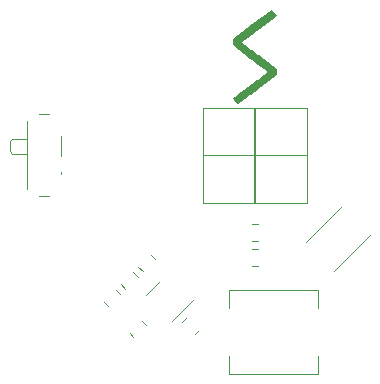
<source format=gbr>
%TF.GenerationSoftware,KiCad,Pcbnew,7.0.1*%
%TF.CreationDate,2023-03-29T13:12:42+01:00*%
%TF.ProjectId,LedBoard,4c656442-6f61-4726-942e-6b696361645f,rev?*%
%TF.SameCoordinates,Original*%
%TF.FileFunction,Legend,Top*%
%TF.FilePolarity,Positive*%
%FSLAX46Y46*%
G04 Gerber Fmt 4.6, Leading zero omitted, Abs format (unit mm)*
G04 Created by KiCad (PCBNEW 7.0.1) date 2023-03-29 13:12:42*
%MOMM*%
%LPD*%
G01*
G04 APERTURE LIST*
%ADD10C,0.050000*%
%ADD11C,0.100000*%
G04 APERTURE END LIST*
D10*
%TO.C,LED4*%
X94424000Y-36975000D02*
X90024000Y-36975000D01*
X90024000Y-36975000D02*
X90024000Y-32975000D01*
X90024000Y-32975000D02*
X94424000Y-32975000D01*
X94424000Y-32975000D02*
X94424000Y-36975000D01*
%TO.C,LED3*%
X90024000Y-37025000D02*
X94424000Y-37025000D01*
X94424000Y-37025000D02*
X94424000Y-41025000D01*
X94424000Y-41025000D02*
X90024000Y-41025000D01*
X90024000Y-41025000D02*
X90024000Y-37025000D01*
%TO.C,LED2*%
X85574000Y-37025000D02*
X89974000Y-37025000D01*
X89974000Y-37025000D02*
X89974000Y-41025000D01*
X89974000Y-41025000D02*
X85574000Y-41025000D01*
X85574000Y-41025000D02*
X85574000Y-37025000D01*
%TO.C,LED1*%
X89974000Y-36975000D02*
X85574000Y-36975000D01*
X85574000Y-36975000D02*
X85574000Y-32975000D01*
X85574000Y-32975000D02*
X89974000Y-32975000D01*
X89974000Y-32975000D02*
X89974000Y-36975000D01*
D11*
%TO.C,SW1*%
X72545000Y-33550000D02*
X71755000Y-33550000D01*
X70745000Y-34150000D02*
X70745000Y-39850000D01*
X73595000Y-35400000D02*
X73595000Y-37100000D01*
X70745000Y-35600000D02*
X69455000Y-35600000D01*
X69455000Y-35600000D02*
X69245000Y-35800000D01*
X69245000Y-35800000D02*
X69245000Y-36700000D01*
X69455000Y-36900000D02*
X69245000Y-36700000D01*
X69455000Y-36900000D02*
X70745000Y-36900000D01*
X73595000Y-38400000D02*
X73595000Y-38600000D01*
X71755000Y-40450000D02*
X72545000Y-40450000D01*
%TO.C,L1*%
X87840000Y-48440000D02*
X87840000Y-49990000D01*
X87840000Y-48440000D02*
X95360000Y-48440000D01*
X87840000Y-55560000D02*
X87840000Y-54010000D01*
X87840000Y-55560000D02*
X95360000Y-55560000D01*
X95360000Y-48440000D02*
X95360000Y-49990000D01*
X95360000Y-55560000D02*
X95360000Y-54010000D01*
%TO.C,C5*%
X90261252Y-46385000D02*
X89738748Y-46385000D01*
X90261252Y-44915000D02*
X89738748Y-44915000D01*
%TO.C,C4*%
X80515010Y-46854457D02*
X80145543Y-46484990D01*
X81554457Y-45815010D02*
X81184990Y-45445543D01*
%TO.C,U1*%
X83579172Y-50470504D02*
X84851964Y-49197711D01*
X83579172Y-50470504D02*
X83013486Y-51036189D01*
X81372998Y-48264330D02*
X81938684Y-47698645D01*
X81372998Y-48264330D02*
X80807313Y-48830016D01*
%TO.C,C6*%
X90261252Y-44285000D02*
X89738748Y-44285000D01*
X90261252Y-42815000D02*
X89738748Y-42815000D01*
%TO.C,R2*%
X99798569Y-43719736D02*
X96719736Y-46798569D01*
X97380264Y-41301431D02*
X94301431Y-44380264D01*
%TO.C,R1*%
X79716920Y-52397699D02*
X79395803Y-52076582D01*
X80756367Y-51358252D02*
X80435250Y-51037135D01*
%TO.C,C1*%
X83871628Y-51107427D02*
X84241095Y-50737960D01*
X84911075Y-52146874D02*
X85280542Y-51777407D01*
%TO.C,C3*%
X79040010Y-48329457D02*
X78670543Y-47959990D01*
X80079457Y-47290010D02*
X79709990Y-46920543D01*
%TO.C,C2*%
X77565010Y-49804457D02*
X77195543Y-49434990D01*
X78604457Y-48765010D02*
X78234990Y-48395543D01*
%TO.C,G\u002A\u002A\u002A*%
G36*
X91670141Y-24950014D02*
G01*
X91870116Y-25217465D01*
X91856852Y-25228459D01*
X91852019Y-25232159D01*
X91839644Y-25241514D01*
X91819999Y-25256319D01*
X91793358Y-25276369D01*
X91759992Y-25301460D01*
X91720175Y-25331386D01*
X91674178Y-25365944D01*
X91622276Y-25404929D01*
X91564740Y-25448135D01*
X91501842Y-25495359D01*
X91433857Y-25546396D01*
X91361055Y-25601041D01*
X91283711Y-25659089D01*
X91202096Y-25720336D01*
X91116483Y-25784577D01*
X91027144Y-25851608D01*
X90934354Y-25921224D01*
X90838383Y-25993219D01*
X90739505Y-26067391D01*
X90637992Y-26143533D01*
X90534118Y-26221441D01*
X90428154Y-26300911D01*
X90370191Y-26344379D01*
X90263346Y-26424510D01*
X90158506Y-26503149D01*
X90055941Y-26580093D01*
X89955919Y-26655140D01*
X89858711Y-26728088D01*
X89764586Y-26798734D01*
X89673814Y-26866875D01*
X89586663Y-26932309D01*
X89503404Y-26994833D01*
X89424306Y-27054246D01*
X89349638Y-27110343D01*
X89279670Y-27162924D01*
X89214671Y-27211785D01*
X89154912Y-27256724D01*
X89100660Y-27297538D01*
X89052187Y-27334025D01*
X89009761Y-27365983D01*
X88973652Y-27393208D01*
X88944129Y-27415499D01*
X88921462Y-27432652D01*
X88905920Y-27444466D01*
X88897773Y-27450738D01*
X88896542Y-27451754D01*
X88900386Y-27454827D01*
X88911778Y-27463558D01*
X88930449Y-27477744D01*
X88956131Y-27497184D01*
X88988556Y-27521675D01*
X89027456Y-27551018D01*
X89072562Y-27585009D01*
X89123607Y-27623448D01*
X89180323Y-27666133D01*
X89242440Y-27712861D01*
X89309692Y-27763433D01*
X89381810Y-27817646D01*
X89458525Y-27875299D01*
X89539571Y-27936189D01*
X89624678Y-28000116D01*
X89713579Y-28066878D01*
X89806005Y-28136273D01*
X89901688Y-28208100D01*
X90000361Y-28282158D01*
X90101755Y-28358244D01*
X90205601Y-28436157D01*
X90311632Y-28515695D01*
X90383369Y-28569500D01*
X91870448Y-29684798D01*
X91870448Y-29952565D01*
X91870448Y-30220331D01*
X90208777Y-31466630D01*
X90095209Y-31551810D01*
X89983606Y-31635516D01*
X89874223Y-31717558D01*
X89767315Y-31797745D01*
X89663136Y-31875884D01*
X89561942Y-31951786D01*
X89463988Y-32025259D01*
X89369527Y-32096112D01*
X89278815Y-32164153D01*
X89192107Y-32229192D01*
X89109658Y-32291038D01*
X89031722Y-32349499D01*
X88958554Y-32404383D01*
X88890409Y-32455501D01*
X88827542Y-32502661D01*
X88770207Y-32545672D01*
X88718660Y-32584342D01*
X88673155Y-32618481D01*
X88633947Y-32647897D01*
X88601291Y-32672399D01*
X88575442Y-32691796D01*
X88556654Y-32705898D01*
X88545182Y-32714512D01*
X88541292Y-32717439D01*
X88538023Y-32715710D01*
X88530738Y-32708282D01*
X88519231Y-32694891D01*
X88503294Y-32675273D01*
X88482719Y-32649164D01*
X88457299Y-32616300D01*
X88426828Y-32576417D01*
X88391096Y-32529250D01*
X88349898Y-32474535D01*
X88334881Y-32454529D01*
X88301226Y-32409539D01*
X88269449Y-32366819D01*
X88240015Y-32327011D01*
X88213391Y-32290755D01*
X88190042Y-32258695D01*
X88170434Y-32231470D01*
X88155032Y-32209722D01*
X88144303Y-32194093D01*
X88138712Y-32185223D01*
X88138023Y-32183406D01*
X88142158Y-32180240D01*
X88153838Y-32171417D01*
X88172794Y-32157138D01*
X88198756Y-32137607D01*
X88231454Y-32113026D01*
X88270620Y-32083596D01*
X88315983Y-32049520D01*
X88367274Y-32011001D01*
X88424224Y-31968240D01*
X88486563Y-31921441D01*
X88554022Y-31870804D01*
X88626331Y-31816533D01*
X88703221Y-31758829D01*
X88784422Y-31697896D01*
X88869665Y-31633934D01*
X88958680Y-31567147D01*
X89051198Y-31497737D01*
X89146949Y-31425906D01*
X89245664Y-31351856D01*
X89347073Y-31275790D01*
X89450907Y-31197910D01*
X89556897Y-31118417D01*
X89623957Y-31068124D01*
X89731131Y-30987742D01*
X89836304Y-30908846D01*
X89939208Y-30831639D01*
X90039572Y-30756323D01*
X90137130Y-30683101D01*
X90231610Y-30612174D01*
X90322746Y-30543744D01*
X90410267Y-30478014D01*
X90493905Y-30415186D01*
X90573392Y-30355462D01*
X90648457Y-30299044D01*
X90718834Y-30246134D01*
X90784251Y-30196934D01*
X90844442Y-30151646D01*
X90899136Y-30110473D01*
X90948065Y-30073616D01*
X90990960Y-30041279D01*
X91027553Y-30013662D01*
X91057574Y-29990968D01*
X91080755Y-29973399D01*
X91096826Y-29961157D01*
X91105519Y-29954445D01*
X91107086Y-29953147D01*
X91103290Y-29950005D01*
X91091947Y-29941207D01*
X91073322Y-29926955D01*
X91047686Y-29907452D01*
X91015306Y-29882898D01*
X90976449Y-29853496D01*
X90931384Y-29819448D01*
X90880379Y-29780954D01*
X90823703Y-29738218D01*
X90761622Y-29691440D01*
X90694405Y-29640822D01*
X90622320Y-29586567D01*
X90545635Y-29528875D01*
X90464618Y-29467949D01*
X90379538Y-29403991D01*
X90290662Y-29337201D01*
X90198257Y-29267783D01*
X90102594Y-29195937D01*
X90003938Y-29121866D01*
X89902559Y-29045771D01*
X89798724Y-28967853D01*
X89692701Y-28888316D01*
X89621227Y-28834708D01*
X88134436Y-27719669D01*
X88134436Y-27452017D01*
X88134436Y-27184365D01*
X89802301Y-25933464D01*
X91470167Y-24682562D01*
X91670141Y-24950014D01*
G37*
%TD*%
M02*

</source>
